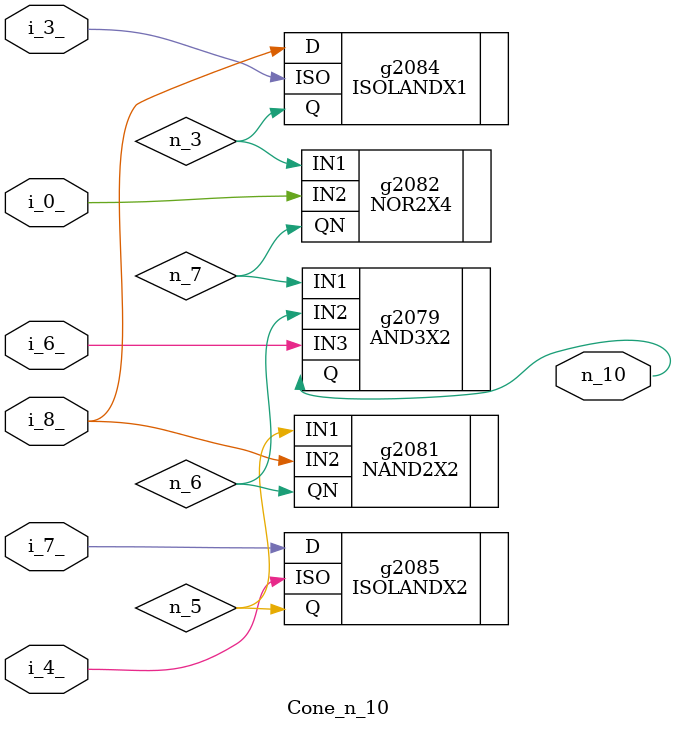
<source format=v>

module Cone_n_10 (n_10, i_3_, i_8_, i_0_, i_4_, i_7_, i_6_ );
	input i_3_, i_8_, i_0_, i_4_, i_7_, i_6_;
	output n_10;
	wire n_7, n_3, n_6, n_5;
	AND3X2 g2079(.IN1 (n_7), .IN2 (n_6), .IN3 (i_6_), .Q (n_10));	NOR2X4 g2082(.IN1 (n_3), .IN2 (i_0_), .QN (n_7));	ISOLANDX1 g2084(.ISO (i_3_), .D (i_8_), .Q (n_3));	NAND2X2 g2081(.IN1 (n_5), .IN2 (i_8_), .QN (n_6));	ISOLANDX2 g2085(.ISO (i_4_), .D (i_7_), .Q (n_5));
endmodule


</source>
